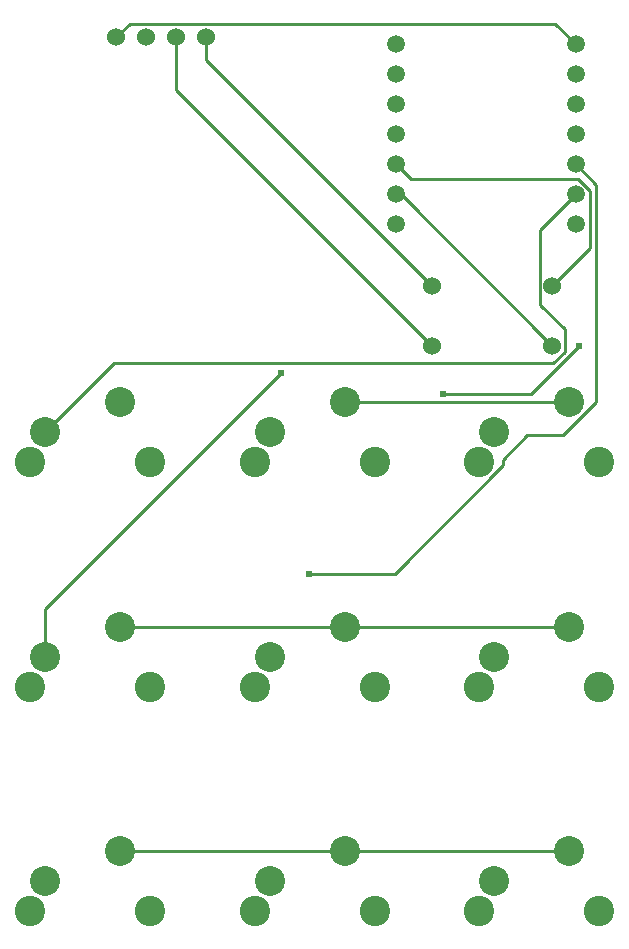
<source format=gbl>
G04 Layer: BottomLayer*
G04 EasyEDA v6.5.47, 2024-10-16 20:22:33*
G04 9ae9750504c14924853e95ef229aeab1,24ffd69d1a984b0ba209c2ef933deaa4,10*
G04 Gerber Generator version 0.2*
G04 Scale: 100 percent, Rotated: No, Reflected: No *
G04 Dimensions in millimeters *
G04 leading zeros omitted , absolute positions ,4 integer and 5 decimal *
%FSLAX45Y45*%
%MOMM*%

%ADD10C,0.2540*%
%ADD11C,2.5400*%
%ADD12C,2.5715*%
%ADD13C,1.5240*%
%ADD14C,1.5001*%
%ADD15C,1.5300*%
%ADD16C,0.6096*%

%LPD*%
D10*
X7111979Y2286000D02*
G01*
X5829787Y3568192D01*
X5785591Y3568192D01*
X5785591Y3822192D02*
G01*
X5912591Y3695192D01*
X7330978Y3695192D01*
X7430013Y3596157D01*
X7430013Y3112033D01*
X7111979Y2794000D01*
X2818998Y1553997D02*
G01*
X3404773Y2139772D01*
X7118888Y2139772D01*
X7216602Y2237486D01*
X7216602Y2425268D01*
X7005223Y2636646D01*
X7005223Y3263823D01*
X7309591Y3568192D01*
X7253991Y-1991995D02*
G01*
X5353994Y-1991995D01*
X5353994Y-1991995D02*
G01*
X3453998Y-1991995D01*
X7253991Y-91998D02*
G01*
X5353994Y-91998D01*
X5353994Y-91998D02*
G01*
X3453998Y-91998D01*
X7253991Y1807997D02*
G01*
X5353994Y1807997D01*
X7309591Y3822192D02*
G01*
X7483632Y3648151D01*
X7483632Y1809648D01*
X7202098Y1528114D01*
X6900346Y1528114D01*
X6695495Y1323263D01*
X6695495Y1273708D01*
X5779241Y357454D01*
X5050185Y357454D01*
X6184930Y1880463D02*
G01*
X6933697Y1880463D01*
X7334966Y2281732D01*
X3926997Y4899990D02*
G01*
X3926997Y4454982D01*
X6095979Y2286000D01*
X4180997Y4899990D02*
G01*
X4180997Y4708982D01*
X6095979Y2794000D01*
X3418997Y4899990D02*
G01*
X3533678Y5014671D01*
X7133112Y5014671D01*
X7309591Y4838192D01*
X4817724Y2053564D02*
G01*
X2818998Y54838D01*
X2818998Y-345998D01*
D11*
G01*
X2818993Y1553997D03*
G01*
X3453993Y1807997D03*
D12*
G01*
X2691993Y1299997D03*
G01*
X3707993Y1299997D03*
D11*
G01*
X4718989Y1553997D03*
G01*
X5353989Y1807997D03*
D12*
G01*
X4591989Y1299997D03*
G01*
X5607989Y1299997D03*
D11*
G01*
X6618986Y1553997D03*
G01*
X7253986Y1807997D03*
D12*
G01*
X6491986Y1299997D03*
G01*
X7507986Y1299997D03*
D11*
G01*
X2818993Y-345998D03*
G01*
X3453993Y-91998D03*
D12*
G01*
X2691993Y-599998D03*
G01*
X3707993Y-599998D03*
D11*
G01*
X4718989Y-345998D03*
G01*
X5353989Y-91998D03*
D12*
G01*
X4591989Y-599998D03*
G01*
X5607989Y-599998D03*
D11*
G01*
X6618986Y-345998D03*
G01*
X7253986Y-91998D03*
D12*
G01*
X6491986Y-599998D03*
G01*
X7507986Y-599998D03*
D11*
G01*
X2818993Y-2245995D03*
G01*
X3453993Y-1991995D03*
D12*
G01*
X2691993Y-2499995D03*
G01*
X3707993Y-2499995D03*
D11*
G01*
X4718989Y-2245995D03*
G01*
X5353989Y-1991995D03*
D12*
G01*
X4591989Y-2499995D03*
G01*
X5607989Y-2499995D03*
D11*
G01*
X6618986Y-2245995D03*
G01*
X7253986Y-1991995D03*
D12*
G01*
X6491986Y-2499995D03*
G01*
X7507986Y-2499995D03*
D13*
G01*
X6096000Y2286000D03*
G01*
X7112000Y2286000D03*
G01*
X6096000Y2794000D03*
G01*
X7112000Y2794000D03*
D14*
G01*
X5785586Y3314192D03*
G01*
X5785586Y3568192D03*
G01*
X5785586Y3822192D03*
G01*
X5785586Y4076192D03*
G01*
X5785586Y4330192D03*
G01*
X5785586Y4584192D03*
G01*
X7309586Y4838192D03*
G01*
X7309586Y4584192D03*
G01*
X7309586Y4330192D03*
G01*
X7309586Y4076192D03*
G01*
X7309586Y3822192D03*
G01*
X7309586Y3568192D03*
G01*
X7309586Y3314192D03*
G01*
X5785611Y4838192D03*
D15*
G01*
X3418992Y4899990D03*
G01*
X3672992Y4899990D03*
G01*
X3926992Y4899990D03*
G01*
X4180992Y4899990D03*
D16*
G01*
X4817719Y2053564D03*
G01*
X6184925Y1880463D03*
G01*
X7334961Y2281732D03*
G01*
X5050180Y357454D03*
M02*

</source>
